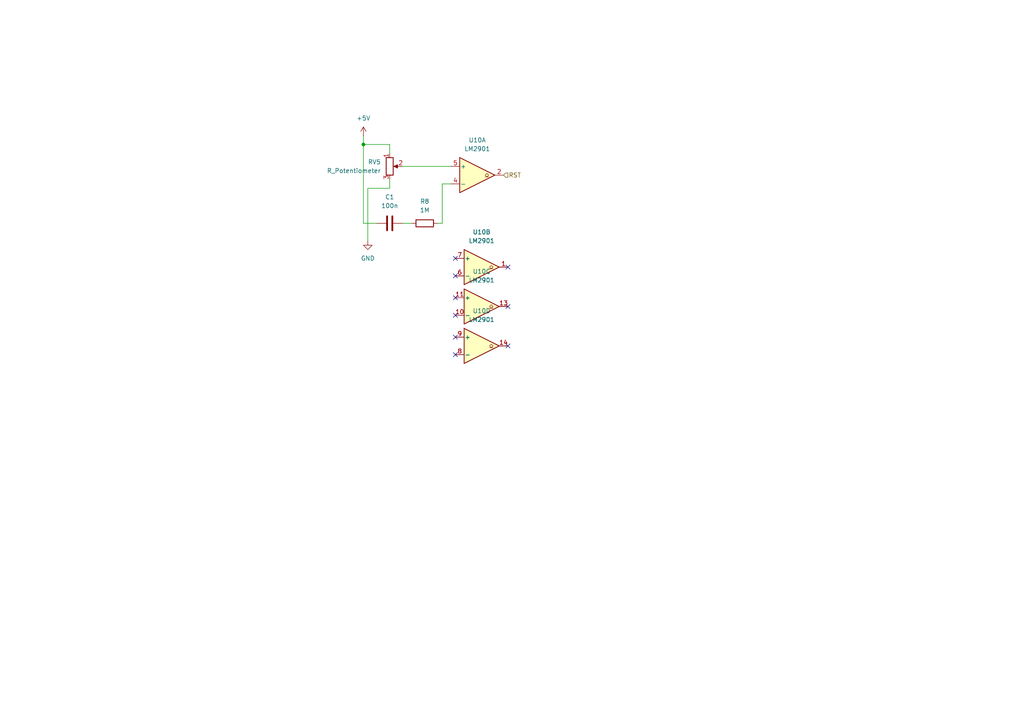
<source format=kicad_sch>
(kicad_sch (version 20231120) (generator "eeschema") (generator_version "8.0")
  (paper "A4")
  (lib_symbols
    (symbol "Comparator:LM2901" (pin_names (offset 0.127))
      (property "Reference" "U" (at 0 5.08 0))
      (property "Value" "LM2901" (at 0 -5.08 0))
      (symbol "LM2901_1_1"
        (polyline (pts (xy -5.08 5.08) (xy 5.08 0) (xy -5.08 -5.08) (xy -5.08 5.08)) (stroke (width 0.254)) (fill (type background)))
        (polyline (pts (xy 3.302 -0.508) (xy 2.794 -0.508) (xy 3.302 0) (xy 2.794 0.508) (xy 2.286 0) (xy 2.794 -0.508) (xy 2.286 -0.508)) (stroke (width 0.127)))
        (pin open_collector line (at 7.62 0 180) (length 2.54) (name "~") (number "2"))
        (pin input line (at -7.62 -2.54 0) (length 2.54) (name "-") (number "4"))
        (pin input line (at -7.62 2.54 0) (length 2.54) (name "+") (number "5"))
      )
      (symbol "LM2901_2_1"
        (polyline (pts (xy -5.08 5.08) (xy 5.08 0) (xy -5.08 -5.08) (xy -5.08 5.08)) (stroke (width 0.254)) (fill (type background)))
        (polyline (pts (xy 3.302 -0.508) (xy 2.794 -0.508) (xy 3.302 0) (xy 2.794 0.508) (xy 2.286 0) (xy 2.794 -0.508) (xy 2.286 -0.508)) (stroke (width 0.127)))
        (pin open_collector line (at 7.62 0 180) (length 2.54) (name "~") (number "1"))
        (pin input line (at -7.62 -2.54 0) (length 2.54) (name "-") (number "6"))
        (pin input line (at -7.62 2.54 0) (length 2.54) (name "+") (number "7"))
      )
      (symbol "LM2901_3_1"
        (polyline (pts (xy -5.08 5.08) (xy 5.08 0) (xy -5.08 -5.08) (xy -5.08 5.08)) (stroke (width 0.254)) (fill (type background)))
        (polyline (pts (xy 3.302 -0.508) (xy 2.794 -0.508) (xy 3.302 0) (xy 2.794 0.508) (xy 2.286 0) (xy 2.794 -0.508) (xy 2.286 -0.508)) (stroke (width 0.127)))
        (pin input line (at -7.62 -2.54 0) (length 2.54) (name "-") (number "10"))
        (pin input line (at -7.62 2.54 0) (length 2.54) (name "+") (number "11"))
        (pin open_collector line (at 7.62 0 180) (length 2.54) (name "~") (number "13"))
      )
      (symbol "LM2901_4_1"
        (polyline (pts (xy -5.08 5.08) (xy 5.08 0) (xy -5.08 -5.08) (xy -5.08 5.08)) (stroke (width 0.254)) (fill (type background)))
        (polyline (pts (xy 3.302 -0.508) (xy 2.794 -0.508) (xy 3.302 0) (xy 2.794 0.508) (xy 2.286 0) (xy 2.794 -0.508) (xy 2.286 -0.508)) (stroke (width 0.127)))
        (pin open_collector line (at 7.62 0 180) (length 2.54) (name "~") (number "14"))
        (pin input line (at -7.62 -2.54 0) (length 2.54) (name "-") (number "8"))
        (pin input line (at -7.62 2.54 0) (length 2.54) (name "+") (number "9"))
      )
      (symbol "LM2901_5_1"
        (pin power_in line (at -2.54 -7.62 90) (length 3.81) (name "V-") (number "12"))
        (pin power_in line (at -2.54 7.62 270) (length 3.81) (name "V+") (number "3"))
      )
    )
    (symbol "Device:C" (pin_numbers hide) (pin_names (offset 0.254))
      (property "Reference" "C" (at 0.635 2.54 0))
      (property "Value" "C" (at 0.635 -2.54 0))
      (symbol "C_0_1"
        (polyline (pts (xy -2.032 -0.762) (xy 2.032 -0.762)) (stroke (width 0.508)))
        (polyline (pts (xy -2.032 0.762) (xy 2.032 0.762)) (stroke (width 0.508)))
      )
      (symbol "C_1_1"
        (pin passive line (at 0 3.81 270) (length 2.794) (name "~") (number "1"))
        (pin passive line (at 0 -3.81 90) (length 2.794) (name "~") (number "2"))
      )
    )
    (symbol "Device:R" (pin_numbers hide) (pin_names (offset 0))
      (property "Reference" "R" (at 2.032 0 90))
      (property "Value" "R" (at 0 0 90))
      (symbol "R_0_1"
        (rectangle (start -1.016 -2.54) (end 1.016 2.54) (stroke (width 0.254)))
      )
      (symbol "R_1_1"
        (pin passive line (at 0 3.81 270) (length 1.27) (name "~") (number "1"))
        (pin passive line (at 0 -3.81 90) (length 1.27) (name "~") (number "2"))
      )
    )
    (symbol "Device:R_Potentiometer" (pin_names (offset 1.016) hide)
      (property "Reference" "RV" (at -4.445 0 90))
      (property "Value" "R_Potentiometer" (at -2.54 0 90))
      (symbol "R_Potentiometer_0_1"
        (polyline (pts (xy 2.54 0) (xy 1.524 0)))
        (polyline (pts (xy 1.143 0) (xy 2.286 0.508) (xy 2.286 -0.508) (xy 1.143 0)) (fill (type outline)))
        (rectangle (start 1.016 2.54) (end -1.016 -2.54) (stroke (width 0.254)))
      )
      (symbol "R_Potentiometer_1_1"
        (pin passive line (at 0 3.81 270) (length 1.27) (name "1") (number "1"))
        (pin passive line (at 3.81 0 180) (length 1.27) (name "2") (number "2"))
        (pin passive line (at 0 -3.81 90) (length 1.27) (name "3") (number "3"))
      )
    )
    (symbol "power:+5V" (power) (pin_numbers hide) (pin_names (offset 0) hide)
      (property "Value" "+5V" (at 0 3.556 0))
      (symbol "+5V_0_1"
        (polyline (pts (xy -0.762 1.27) (xy 0 2.54)))
        (polyline (pts (xy 0 0) (xy 0 2.54)))
        (polyline (pts (xy 0 2.54) (xy 0.762 1.27)))
      )
      (symbol "+5V_1_1"
        (pin power_in line (at 0 0 90) (length 0) (name "~") (number "1"))
      )
    )
    (symbol "power:GND" (power) (pin_numbers hide) (pin_names (offset 0) hide)
      (property "Value" "GND" (at 0 -3.81 0))
      (symbol "GND_0_1"
        (polyline (pts (xy 0 0) (xy 0 -1.27) (xy 1.27 -1.27) (xy 0 -2.54) (xy -1.27 -1.27) (xy 0 -1.27)))
      )
      (symbol "GND_1_1"
        (pin power_in line (at 0 0 270) (length 0) (name "~") (number "1"))
      )
    )
  )
  (junction (at 105.41 41.91))
  (no_connect (at 132.08 86.36))
  (no_connect (at 147.32 88.9))
  (no_connect (at 132.08 97.79))
  (no_connect (at 132.08 91.44))
  (no_connect (at 132.08 80.01))
  (no_connect (at 132.08 74.93))
  (no_connect (at 147.32 77.47))
  (no_connect (at 132.08 102.87))
  (no_connect (at 147.32 100.33))
  (wire (pts (xy 105.41 64.77) (xy 109.22 64.77)))
  (wire (pts (xy 105.41 41.91) (xy 105.41 64.77)))
  (wire (pts (xy 128.27 64.77) (xy 128.27 53.34)))
  (wire (pts (xy 116.84 64.77) (xy 119.38 64.77)))
  (wire (pts (xy 105.41 39.37) (xy 105.41 41.91)))
  (wire (pts (xy 113.03 54.61) (xy 113.03 52.07)))
  (wire (pts (xy 116.84 48.26) (xy 130.81 48.26)))
  (wire (pts (xy 113.03 41.91) (xy 105.41 41.91)))
  (wire (pts (xy 127 64.77) (xy 128.27 64.77)))
  (wire (pts (xy 113.03 54.61) (xy 106.68 54.61)))
  (wire (pts (xy 113.03 44.45) (xy 113.03 41.91)))
  (wire (pts (xy 106.68 54.61) (xy 106.68 69.85)))
  (wire (pts (xy 128.27 53.34) (xy 130.81 53.34)))
  (hierarchical_label "RST" (shape input) (at 146.05 50.8 0))
  (symbol (lib_id "Comparator:LM2901") (at 139.7 88.9 0) (unit 3)
    (property "Reference" "U10" (at 139.7 78.74 0))
    (property "Value" "LM2901" (at 139.7 81.28 0))
    (property "Footprint" "Package_DIP:DIP-14_W7.62mm_Socket" (effects (hide yes)))
    (property "Datasheet" "https://www.st.com/resource/en/datasheet/lm2901.pdf" (effects (hide yes)))
    (property "Description" "Quad Differential Comparators, DIP-14/SOIC-14/TSSOP-14" (effects (hide yes)))
  )
  (symbol (lib_id "Comparator:LM2901") (at 138.43 50.8 0) (unit 1)
    (property "Reference" "U10" (at 138.43 40.64 0))
    (property "Value" "LM2901" (at 138.43 43.18 0))
    (property "Footprint" "Package_DIP:DIP-14_W7.62mm_Socket" (effects (hide yes)))
    (property "Datasheet" "https://www.st.com/resource/en/datasheet/lm2901.pdf" (effects (hide yes)))
    (property "Description" "Quad Differential Comparators, DIP-14/SOIC-14/TSSOP-14" (effects (hide yes)))
  )
  (symbol (lib_id "Comparator:LM2901") (at 139.7 77.47 0) (unit 2)
    (property "Reference" "U10" (at 139.7 67.31 0))
    (property "Value" "LM2901" (at 139.7 69.85 0))
    (property "Footprint" "Package_DIP:DIP-14_W7.62mm_Socket" (effects (hide yes)))
    (property "Datasheet" "https://www.st.com/resource/en/datasheet/lm2901.pdf" (effects (hide yes)))
    (property "Description" "Quad Differential Comparators, DIP-14/SOIC-14/TSSOP-14" (effects (hide yes)))
  )
  (symbol (lib_id "Device:C") (at 113.03 64.77 90) (unit 1)
    (property "Reference" "C1" (at 113.03 57.15 90))
    (property "Value" "100n" (at 113.03 59.69 90))
    (property "Footprint" "Capacitor_THT:C_Disc_D5.0mm_W2.5mm_P5.00mm" (effects (hide yes)))
    (property "Description" "Unpolarized capacitor" (effects (hide yes)))
  )
  (symbol (lib_id "Device:R_Potentiometer") (at 113.03 48.26 0) (unit 1)
    (property "Reference" "RV5" (at 110.49 46.99 0) (effects (justify right)))
    (property "Value" "R_Potentiometer" (at 110.49 49.53 0) (effects (justify right)))
    (property "Footprint" "Potentiometer_THT:Potentiometer_Bourns_3296Y_Vertical" (effects (hide yes)))
    (property "Description" "Potentiometer" (effects (hide yes)))
  )
  (symbol (lib_id "Comparator:LM2901") (at 139.7 100.33 0) (unit 4)
    (property "Reference" "U10" (at 139.7 90.17 0))
    (property "Value" "LM2901" (at 139.7 92.71 0))
    (property "Footprint" "Package_DIP:DIP-14_W7.62mm_Socket" (effects (hide yes)))
    (property "Datasheet" "https://www.st.com/resource/en/datasheet/lm2901.pdf" (effects (hide yes)))
    (property "Description" "Quad Differential Comparators, DIP-14/SOIC-14/TSSOP-14" (effects (hide yes)))
  )
  (symbol (lib_id "Device:R") (at 123.19 64.77 90) (unit 1)
    (property "Reference" "R8" (at 123.19 58.42 90))
    (property "Value" "1M" (at 123.19 60.96 90))
    (property "Footprint" "Resistor_THT:R_Axial_DIN0207_L6.3mm_D2.5mm_P7.62mm_Horizontal" (effects (hide yes)))
    (property "Description" "Resistor" (effects (hide yes)))
  )
  (symbol (lib_id "power:+5V") (at 105.41 39.37 0) (unit 1)
    (property "Reference" "#PWR040" (effects (hide yes)))
    (property "Value" "+5V" (at 105.41 34.29 0))
    (property "Description" "Power symbol creates a global label with name \"+5V\"" (effects (hide yes)))
  )
  (symbol (lib_id "power:GND") (at 106.68 69.85 0) (unit 1)
    (property "Reference" "#PWR041" (effects (hide yes)))
    (property "Value" "GND" (at 106.68 74.93 0))
    (property "Description" "Power symbol creates a global label with name \"GND\" , ground" (effects (hide yes)))
  )
)
</source>
